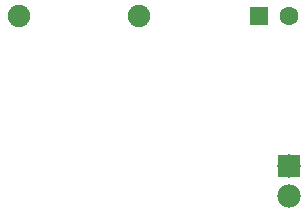
<source format=gtl>
G04 MADE WITH FRITZING*
G04 WWW.FRITZING.ORG*
G04 DOUBLE SIDED*
G04 HOLES PLATED*
G04 CONTOUR ON CENTER OF CONTOUR VECTOR*
%ASAXBY*%
%FSLAX23Y23*%
%MOIN*%
%OFA0B0*%
%SFA1.0B1.0*%
%ADD10C,0.075000*%
%ADD11C,0.062992*%
%ADD12C,0.078000*%
%ADD13R,0.062992X0.062992*%
%ADD14R,0.078000X0.078000*%
%LNCOPPER1*%
G90*
G70*
G54D10*
X216Y731D03*
X616Y731D03*
G54D11*
X1017Y731D03*
X1116Y731D03*
G54D12*
X1116Y231D03*
X1116Y131D03*
G54D13*
X1017Y731D03*
G54D14*
X1116Y231D03*
G04 End of Copper1*
M02*
</source>
